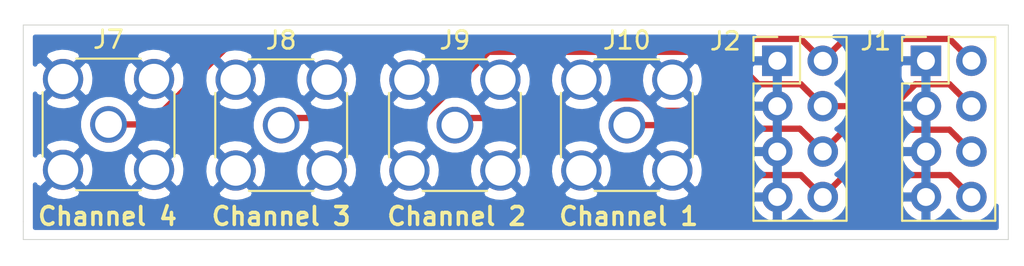
<source format=kicad_pcb>
(kicad_pcb (version 20171130) (host pcbnew "(5.1.5)-2")

  (general
    (thickness 1.6)
    (drawings 9)
    (tracks 45)
    (zones 0)
    (modules 6)
    (nets 6)
  )

  (page A4)
  (layers
    (0 F.Cu signal)
    (31 B.Cu signal)
    (32 B.Adhes user)
    (33 F.Adhes user)
    (34 B.Paste user)
    (35 F.Paste user)
    (36 B.SilkS user)
    (37 F.SilkS user)
    (38 B.Mask user)
    (39 F.Mask user)
    (40 Dwgs.User user)
    (41 Cmts.User user)
    (42 Eco1.User user)
    (43 Eco2.User user)
    (44 Edge.Cuts user)
    (45 Margin user)
    (46 B.CrtYd user)
    (47 F.CrtYd user)
    (48 B.Fab user)
    (49 F.Fab user hide)
  )

  (setup
    (last_trace_width 0.35)
    (trace_clearance 0.2)
    (zone_clearance 0.508)
    (zone_45_only no)
    (trace_min 0.2)
    (via_size 0.8)
    (via_drill 0.4)
    (via_min_size 0.4)
    (via_min_drill 0.3)
    (uvia_size 0.3)
    (uvia_drill 0.1)
    (uvias_allowed no)
    (uvia_min_size 0.2)
    (uvia_min_drill 0.1)
    (edge_width 0.05)
    (segment_width 0.2)
    (pcb_text_width 0.3)
    (pcb_text_size 1.5 1.5)
    (mod_edge_width 0.12)
    (mod_text_size 1 1)
    (mod_text_width 0.15)
    (pad_size 1.524 1.524)
    (pad_drill 0.762)
    (pad_to_mask_clearance 0.051)
    (solder_mask_min_width 0.25)
    (aux_axis_origin 0 0)
    (visible_elements FFFFFF7F)
    (pcbplotparams
      (layerselection 0x010fc_ffffffff)
      (usegerberextensions false)
      (usegerberattributes false)
      (usegerberadvancedattributes false)
      (creategerberjobfile false)
      (excludeedgelayer true)
      (linewidth 0.100000)
      (plotframeref false)
      (viasonmask false)
      (mode 1)
      (useauxorigin false)
      (hpglpennumber 1)
      (hpglpenspeed 20)
      (hpglpendiameter 15.000000)
      (psnegative false)
      (psa4output false)
      (plotreference true)
      (plotvalue true)
      (plotinvisibletext false)
      (padsonsilk false)
      (subtractmaskfromsilk false)
      (outputformat 1)
      (mirror false)
      (drillshape 1)
      (scaleselection 1)
      (outputdirectory ""))
  )

  (net 0 "")
  (net 1 GND)
  (net 2 /DAC_OUT_0)
  (net 3 /DAC_OUT_1)
  (net 4 /DAC_OUT_2)
  (net 5 /DAC_OUT_3)

  (net_class Default "This is the default net class."
    (clearance 0.2)
    (trace_width 0.35)
    (via_dia 0.8)
    (via_drill 0.4)
    (uvia_dia 0.3)
    (uvia_drill 0.1)
    (add_net /DAC_OUT_0)
    (add_net /DAC_OUT_1)
    (add_net /DAC_OUT_2)
    (add_net /DAC_OUT_3)
    (add_net GND)
  )

  (module Connector_PinHeader_2.54mm:PinHeader_2x04_P2.54mm_Vertical (layer F.Cu) (tedit 59FED5CC) (tstamp 5F9309C6)
    (at 105.5 86.3)
    (descr "Through hole straight pin header, 2x04, 2.54mm pitch, double rows")
    (tags "Through hole pin header THT 2x04 2.54mm double row")
    (path /5F93ADF3)
    (fp_text reference J1 (at -2.8 -1.1) (layer F.SilkS)
      (effects (font (size 1 1) (thickness 0.15)))
    )
    (fp_text value Conn_02x04_Odd_Even (at 1.27 9.95) (layer F.Fab)
      (effects (font (size 1 1) (thickness 0.15)))
    )
    (fp_text user %R (at 1.27 3.81 90) (layer F.Fab)
      (effects (font (size 1 1) (thickness 0.15)))
    )
    (fp_line (start 4.35 -1.8) (end -1.8 -1.8) (layer F.CrtYd) (width 0.05))
    (fp_line (start 4.35 9.4) (end 4.35 -1.8) (layer F.CrtYd) (width 0.05))
    (fp_line (start -1.8 9.4) (end 4.35 9.4) (layer F.CrtYd) (width 0.05))
    (fp_line (start -1.8 -1.8) (end -1.8 9.4) (layer F.CrtYd) (width 0.05))
    (fp_line (start -1.33 -1.33) (end 0 -1.33) (layer F.SilkS) (width 0.12))
    (fp_line (start -1.33 0) (end -1.33 -1.33) (layer F.SilkS) (width 0.12))
    (fp_line (start 1.27 -1.33) (end 3.87 -1.33) (layer F.SilkS) (width 0.12))
    (fp_line (start 1.27 1.27) (end 1.27 -1.33) (layer F.SilkS) (width 0.12))
    (fp_line (start -1.33 1.27) (end 1.27 1.27) (layer F.SilkS) (width 0.12))
    (fp_line (start 3.87 -1.33) (end 3.87 8.95) (layer F.SilkS) (width 0.12))
    (fp_line (start -1.33 1.27) (end -1.33 8.95) (layer F.SilkS) (width 0.12))
    (fp_line (start -1.33 8.95) (end 3.87 8.95) (layer F.SilkS) (width 0.12))
    (fp_line (start -1.27 0) (end 0 -1.27) (layer F.Fab) (width 0.1))
    (fp_line (start -1.27 8.89) (end -1.27 0) (layer F.Fab) (width 0.1))
    (fp_line (start 3.81 8.89) (end -1.27 8.89) (layer F.Fab) (width 0.1))
    (fp_line (start 3.81 -1.27) (end 3.81 8.89) (layer F.Fab) (width 0.1))
    (fp_line (start 0 -1.27) (end 3.81 -1.27) (layer F.Fab) (width 0.1))
    (pad 8 thru_hole oval (at 2.54 7.62) (size 1.7 1.7) (drill 1) (layers *.Cu *.Mask)
      (net 2 /DAC_OUT_0))
    (pad 7 thru_hole oval (at 0 7.62) (size 1.7 1.7) (drill 1) (layers *.Cu *.Mask)
      (net 1 GND))
    (pad 6 thru_hole oval (at 2.54 5.08) (size 1.7 1.7) (drill 1) (layers *.Cu *.Mask)
      (net 3 /DAC_OUT_1))
    (pad 5 thru_hole oval (at 0 5.08) (size 1.7 1.7) (drill 1) (layers *.Cu *.Mask)
      (net 1 GND))
    (pad 4 thru_hole oval (at 2.54 2.54) (size 1.7 1.7) (drill 1) (layers *.Cu *.Mask)
      (net 4 /DAC_OUT_2))
    (pad 3 thru_hole oval (at 0 2.54) (size 1.7 1.7) (drill 1) (layers *.Cu *.Mask)
      (net 1 GND))
    (pad 2 thru_hole oval (at 2.54 0) (size 1.7 1.7) (drill 1) (layers *.Cu *.Mask)
      (net 5 /DAC_OUT_3))
    (pad 1 thru_hole rect (at 0 0) (size 1.7 1.7) (drill 1) (layers *.Cu *.Mask)
      (net 1 GND))
    (model ${KISYS3DMOD}/Connector_PinHeader_2.54mm.3dshapes/PinHeader_2x04_P2.54mm_Vertical.wrl
      (at (xyz 0 0 0))
      (scale (xyz 1 1 1))
      (rotate (xyz 0 0 0))
    )
  )

  (module Connector_Coaxial:SMA_Amphenol_132134_Vertical (layer F.Cu) (tedit 5B2F4DB6) (tstamp 5F930427)
    (at 88.8 89.9)
    (descr https://www.amphenolrf.com/downloads/dl/file/id/2187/product/2843/132134_customer_drawing.pdf)
    (tags "SMA THT Female Jack Vertical ExtendedLegs")
    (path /5F8DE03F)
    (fp_text reference J10 (at 0 -4.75) (layer F.SilkS)
      (effects (font (size 1 1) (thickness 0.15)))
    )
    (fp_text value Conn_Coaxial_SMA (at 0 5) (layer F.Fab)
      (effects (font (size 1 1) (thickness 0.15)))
    )
    (fp_text user %R (at 0 0) (layer F.Fab)
      (effects (font (size 1 1) (thickness 0.15)))
    )
    (fp_line (start -1.8 -3.68) (end 1.8 -3.68) (layer F.SilkS) (width 0.12))
    (fp_line (start -1.8 3.68) (end 1.8 3.68) (layer F.SilkS) (width 0.12))
    (fp_line (start 3.68 -1.8) (end 3.68 1.8) (layer F.SilkS) (width 0.12))
    (fp_line (start -3.68 -1.8) (end -3.68 1.8) (layer F.SilkS) (width 0.12))
    (fp_line (start 3.5 -3.5) (end 3.5 3.5) (layer F.Fab) (width 0.1))
    (fp_line (start -3.5 3.5) (end 3.5 3.5) (layer F.Fab) (width 0.1))
    (fp_line (start -3.5 -3.5) (end -3.5 3.5) (layer F.Fab) (width 0.1))
    (fp_line (start -3.5 -3.5) (end 3.5 -3.5) (layer F.Fab) (width 0.1))
    (fp_line (start -4.17 -4.17) (end 4.17 -4.17) (layer F.CrtYd) (width 0.05))
    (fp_line (start -4.17 -4.17) (end -4.17 4.17) (layer F.CrtYd) (width 0.05))
    (fp_line (start 4.17 4.17) (end 4.17 -4.17) (layer F.CrtYd) (width 0.05))
    (fp_line (start 4.17 4.17) (end -4.17 4.17) (layer F.CrtYd) (width 0.05))
    (fp_circle (center 0 0) (end 3.175 0) (layer F.Fab) (width 0.1))
    (pad 2 thru_hole circle (at -2.54 2.54) (size 2.25 2.25) (drill 1.7) (layers *.Cu *.Mask)
      (net 1 GND))
    (pad 2 thru_hole circle (at -2.54 -2.54) (size 2.25 2.25) (drill 1.7) (layers *.Cu *.Mask)
      (net 1 GND))
    (pad 2 thru_hole circle (at 2.54 -2.54) (size 2.25 2.25) (drill 1.7) (layers *.Cu *.Mask)
      (net 1 GND))
    (pad 2 thru_hole circle (at 2.54 2.54) (size 2.25 2.25) (drill 1.7) (layers *.Cu *.Mask)
      (net 1 GND))
    (pad 1 thru_hole circle (at 0 0) (size 2.05 2.05) (drill 1.5) (layers *.Cu *.Mask)
      (net 2 /DAC_OUT_0))
    (model ${KISYS3DMOD}/Connector_Coaxial.3dshapes/SMA_Amphenol_132134_Vertical.wrl
      (at (xyz 0 0 0))
      (scale (xyz 1 1 1))
      (rotate (xyz 0 0 0))
    )
  )

  (module Connector_Coaxial:SMA_Amphenol_132134_Vertical (layer F.Cu) (tedit 5B2F4DB6) (tstamp 5F93007A)
    (at 79.2 89.9)
    (descr https://www.amphenolrf.com/downloads/dl/file/id/2187/product/2843/132134_customer_drawing.pdf)
    (tags "SMA THT Female Jack Vertical ExtendedLegs")
    (path /5F8DE039)
    (fp_text reference J9 (at 0 -4.75) (layer F.SilkS)
      (effects (font (size 1 1) (thickness 0.15)))
    )
    (fp_text value Conn_Coaxial_SMA (at 0 5) (layer F.Fab)
      (effects (font (size 1 1) (thickness 0.15)))
    )
    (fp_text user %R (at 0 0) (layer F.Fab)
      (effects (font (size 1 1) (thickness 0.15)))
    )
    (fp_line (start -1.8 -3.68) (end 1.8 -3.68) (layer F.SilkS) (width 0.12))
    (fp_line (start -1.8 3.68) (end 1.8 3.68) (layer F.SilkS) (width 0.12))
    (fp_line (start 3.68 -1.8) (end 3.68 1.8) (layer F.SilkS) (width 0.12))
    (fp_line (start -3.68 -1.8) (end -3.68 1.8) (layer F.SilkS) (width 0.12))
    (fp_line (start 3.5 -3.5) (end 3.5 3.5) (layer F.Fab) (width 0.1))
    (fp_line (start -3.5 3.5) (end 3.5 3.5) (layer F.Fab) (width 0.1))
    (fp_line (start -3.5 -3.5) (end -3.5 3.5) (layer F.Fab) (width 0.1))
    (fp_line (start -3.5 -3.5) (end 3.5 -3.5) (layer F.Fab) (width 0.1))
    (fp_line (start -4.17 -4.17) (end 4.17 -4.17) (layer F.CrtYd) (width 0.05))
    (fp_line (start -4.17 -4.17) (end -4.17 4.17) (layer F.CrtYd) (width 0.05))
    (fp_line (start 4.17 4.17) (end 4.17 -4.17) (layer F.CrtYd) (width 0.05))
    (fp_line (start 4.17 4.17) (end -4.17 4.17) (layer F.CrtYd) (width 0.05))
    (fp_circle (center 0 0) (end 3.175 0) (layer F.Fab) (width 0.1))
    (pad 2 thru_hole circle (at -2.54 2.54) (size 2.25 2.25) (drill 1.7) (layers *.Cu *.Mask)
      (net 1 GND))
    (pad 2 thru_hole circle (at -2.54 -2.54) (size 2.25 2.25) (drill 1.7) (layers *.Cu *.Mask)
      (net 1 GND))
    (pad 2 thru_hole circle (at 2.54 -2.54) (size 2.25 2.25) (drill 1.7) (layers *.Cu *.Mask)
      (net 1 GND))
    (pad 2 thru_hole circle (at 2.54 2.54) (size 2.25 2.25) (drill 1.7) (layers *.Cu *.Mask)
      (net 1 GND))
    (pad 1 thru_hole circle (at 0 0) (size 2.05 2.05) (drill 1.5) (layers *.Cu *.Mask)
      (net 3 /DAC_OUT_1))
    (model ${KISYS3DMOD}/Connector_Coaxial.3dshapes/SMA_Amphenol_132134_Vertical.wrl
      (at (xyz 0 0 0))
      (scale (xyz 1 1 1))
      (rotate (xyz 0 0 0))
    )
  )

  (module Connector_Coaxial:SMA_Amphenol_132134_Vertical (layer F.Cu) (tedit 5B2F4DB6) (tstamp 5F930063)
    (at 69.5 89.9)
    (descr https://www.amphenolrf.com/downloads/dl/file/id/2187/product/2843/132134_customer_drawing.pdf)
    (tags "SMA THT Female Jack Vertical ExtendedLegs")
    (path /5F8DE033)
    (fp_text reference J8 (at 0 -4.75) (layer F.SilkS)
      (effects (font (size 1 1) (thickness 0.15)))
    )
    (fp_text value Conn_Coaxial_SMA (at 0 5) (layer F.Fab)
      (effects (font (size 1 1) (thickness 0.15)))
    )
    (fp_text user %R (at 0 0) (layer F.Fab)
      (effects (font (size 1 1) (thickness 0.15)))
    )
    (fp_line (start -1.8 -3.68) (end 1.8 -3.68) (layer F.SilkS) (width 0.12))
    (fp_line (start -1.8 3.68) (end 1.8 3.68) (layer F.SilkS) (width 0.12))
    (fp_line (start 3.68 -1.8) (end 3.68 1.8) (layer F.SilkS) (width 0.12))
    (fp_line (start -3.68 -1.8) (end -3.68 1.8) (layer F.SilkS) (width 0.12))
    (fp_line (start 3.5 -3.5) (end 3.5 3.5) (layer F.Fab) (width 0.1))
    (fp_line (start -3.5 3.5) (end 3.5 3.5) (layer F.Fab) (width 0.1))
    (fp_line (start -3.5 -3.5) (end -3.5 3.5) (layer F.Fab) (width 0.1))
    (fp_line (start -3.5 -3.5) (end 3.5 -3.5) (layer F.Fab) (width 0.1))
    (fp_line (start -4.17 -4.17) (end 4.17 -4.17) (layer F.CrtYd) (width 0.05))
    (fp_line (start -4.17 -4.17) (end -4.17 4.17) (layer F.CrtYd) (width 0.05))
    (fp_line (start 4.17 4.17) (end 4.17 -4.17) (layer F.CrtYd) (width 0.05))
    (fp_line (start 4.17 4.17) (end -4.17 4.17) (layer F.CrtYd) (width 0.05))
    (fp_circle (center 0 0) (end 3.175 0) (layer F.Fab) (width 0.1))
    (pad 2 thru_hole circle (at -2.54 2.54) (size 2.25 2.25) (drill 1.7) (layers *.Cu *.Mask)
      (net 1 GND))
    (pad 2 thru_hole circle (at -2.54 -2.54) (size 2.25 2.25) (drill 1.7) (layers *.Cu *.Mask)
      (net 1 GND))
    (pad 2 thru_hole circle (at 2.54 -2.54) (size 2.25 2.25) (drill 1.7) (layers *.Cu *.Mask)
      (net 1 GND))
    (pad 2 thru_hole circle (at 2.54 2.54) (size 2.25 2.25) (drill 1.7) (layers *.Cu *.Mask)
      (net 1 GND))
    (pad 1 thru_hole circle (at 0 0) (size 2.05 2.05) (drill 1.5) (layers *.Cu *.Mask)
      (net 4 /DAC_OUT_2))
    (model ${KISYS3DMOD}/Connector_Coaxial.3dshapes/SMA_Amphenol_132134_Vertical.wrl
      (at (xyz 0 0 0))
      (scale (xyz 1 1 1))
      (rotate (xyz 0 0 0))
    )
  )

  (module Connector_Coaxial:SMA_Amphenol_132134_Vertical (layer F.Cu) (tedit 5B2F4DB6) (tstamp 5F93004C)
    (at 59.86 89.86)
    (descr https://www.amphenolrf.com/downloads/dl/file/id/2187/product/2843/132134_customer_drawing.pdf)
    (tags "SMA THT Female Jack Vertical ExtendedLegs")
    (path /5F8DE02D)
    (fp_text reference J7 (at 0 -4.75) (layer F.SilkS)
      (effects (font (size 1 1) (thickness 0.15)))
    )
    (fp_text value Conn_Coaxial_SMA (at 0 5) (layer F.Fab)
      (effects (font (size 1 1) (thickness 0.15)))
    )
    (fp_text user %R (at 0 0) (layer F.Fab)
      (effects (font (size 1 1) (thickness 0.15)))
    )
    (fp_line (start -1.8 -3.68) (end 1.8 -3.68) (layer F.SilkS) (width 0.12))
    (fp_line (start -1.8 3.68) (end 1.8 3.68) (layer F.SilkS) (width 0.12))
    (fp_line (start 3.68 -1.8) (end 3.68 1.8) (layer F.SilkS) (width 0.12))
    (fp_line (start -3.68 -1.8) (end -3.68 1.8) (layer F.SilkS) (width 0.12))
    (fp_line (start 3.5 -3.5) (end 3.5 3.5) (layer F.Fab) (width 0.1))
    (fp_line (start -3.5 3.5) (end 3.5 3.5) (layer F.Fab) (width 0.1))
    (fp_line (start -3.5 -3.5) (end -3.5 3.5) (layer F.Fab) (width 0.1))
    (fp_line (start -3.5 -3.5) (end 3.5 -3.5) (layer F.Fab) (width 0.1))
    (fp_line (start -4.17 -4.17) (end 4.17 -4.17) (layer F.CrtYd) (width 0.05))
    (fp_line (start -4.17 -4.17) (end -4.17 4.17) (layer F.CrtYd) (width 0.05))
    (fp_line (start 4.17 4.17) (end 4.17 -4.17) (layer F.CrtYd) (width 0.05))
    (fp_line (start 4.17 4.17) (end -4.17 4.17) (layer F.CrtYd) (width 0.05))
    (fp_circle (center 0 0) (end 3.175 0) (layer F.Fab) (width 0.1))
    (pad 2 thru_hole circle (at -2.54 2.54) (size 2.25 2.25) (drill 1.7) (layers *.Cu *.Mask)
      (net 1 GND))
    (pad 2 thru_hole circle (at -2.54 -2.54) (size 2.25 2.25) (drill 1.7) (layers *.Cu *.Mask)
      (net 1 GND))
    (pad 2 thru_hole circle (at 2.54 -2.54) (size 2.25 2.25) (drill 1.7) (layers *.Cu *.Mask)
      (net 1 GND))
    (pad 2 thru_hole circle (at 2.54 2.54) (size 2.25 2.25) (drill 1.7) (layers *.Cu *.Mask)
      (net 1 GND))
    (pad 1 thru_hole circle (at 0 0) (size 2.05 2.05) (drill 1.5) (layers *.Cu *.Mask)
      (net 5 /DAC_OUT_3))
    (model ${KISYS3DMOD}/Connector_Coaxial.3dshapes/SMA_Amphenol_132134_Vertical.wrl
      (at (xyz 0 0 0))
      (scale (xyz 1 1 1))
      (rotate (xyz 0 0 0))
    )
  )

  (module Connector_PinHeader_2.54mm:PinHeader_2x04_P2.54mm_Vertical (layer F.Cu) (tedit 59FED5CC) (tstamp 5F92FFE9)
    (at 97.2 86.3)
    (descr "Through hole straight pin header, 2x04, 2.54mm pitch, double rows")
    (tags "Through hole pin header THT 2x04 2.54mm double row")
    (path /5F8CDFE8)
    (fp_text reference J2 (at -2.9 -1.1) (layer F.SilkS)
      (effects (font (size 1 1) (thickness 0.15)))
    )
    (fp_text value Conn_02x04_Odd_Even (at 1.27 9.95) (layer F.Fab)
      (effects (font (size 1 1) (thickness 0.15)))
    )
    (fp_text user %R (at 1.27 3.81 90) (layer F.Fab)
      (effects (font (size 1 1) (thickness 0.15)))
    )
    (fp_line (start 4.35 -1.8) (end -1.8 -1.8) (layer F.CrtYd) (width 0.05))
    (fp_line (start 4.35 9.4) (end 4.35 -1.8) (layer F.CrtYd) (width 0.05))
    (fp_line (start -1.8 9.4) (end 4.35 9.4) (layer F.CrtYd) (width 0.05))
    (fp_line (start -1.8 -1.8) (end -1.8 9.4) (layer F.CrtYd) (width 0.05))
    (fp_line (start -1.33 -1.33) (end 0 -1.33) (layer F.SilkS) (width 0.12))
    (fp_line (start -1.33 0) (end -1.33 -1.33) (layer F.SilkS) (width 0.12))
    (fp_line (start 1.27 -1.33) (end 3.87 -1.33) (layer F.SilkS) (width 0.12))
    (fp_line (start 1.27 1.27) (end 1.27 -1.33) (layer F.SilkS) (width 0.12))
    (fp_line (start -1.33 1.27) (end 1.27 1.27) (layer F.SilkS) (width 0.12))
    (fp_line (start 3.87 -1.33) (end 3.87 8.95) (layer F.SilkS) (width 0.12))
    (fp_line (start -1.33 1.27) (end -1.33 8.95) (layer F.SilkS) (width 0.12))
    (fp_line (start -1.33 8.95) (end 3.87 8.95) (layer F.SilkS) (width 0.12))
    (fp_line (start -1.27 0) (end 0 -1.27) (layer F.Fab) (width 0.1))
    (fp_line (start -1.27 8.89) (end -1.27 0) (layer F.Fab) (width 0.1))
    (fp_line (start 3.81 8.89) (end -1.27 8.89) (layer F.Fab) (width 0.1))
    (fp_line (start 3.81 -1.27) (end 3.81 8.89) (layer F.Fab) (width 0.1))
    (fp_line (start 0 -1.27) (end 3.81 -1.27) (layer F.Fab) (width 0.1))
    (pad 8 thru_hole oval (at 2.54 7.62) (size 1.7 1.7) (drill 1) (layers *.Cu *.Mask)
      (net 2 /DAC_OUT_0))
    (pad 7 thru_hole oval (at 0 7.62) (size 1.7 1.7) (drill 1) (layers *.Cu *.Mask)
      (net 1 GND))
    (pad 6 thru_hole oval (at 2.54 5.08) (size 1.7 1.7) (drill 1) (layers *.Cu *.Mask)
      (net 3 /DAC_OUT_1))
    (pad 5 thru_hole oval (at 0 5.08) (size 1.7 1.7) (drill 1) (layers *.Cu *.Mask)
      (net 1 GND))
    (pad 4 thru_hole oval (at 2.54 2.54) (size 1.7 1.7) (drill 1) (layers *.Cu *.Mask)
      (net 4 /DAC_OUT_2))
    (pad 3 thru_hole oval (at 0 2.54) (size 1.7 1.7) (drill 1) (layers *.Cu *.Mask)
      (net 1 GND))
    (pad 2 thru_hole oval (at 2.54 0) (size 1.7 1.7) (drill 1) (layers *.Cu *.Mask)
      (net 5 /DAC_OUT_3))
    (pad 1 thru_hole rect (at 0 0) (size 1.7 1.7) (drill 1) (layers *.Cu *.Mask)
      (net 1 GND))
    (model ${KISYS3DMOD}/Connector_PinHeader_2.54mm.3dshapes/PinHeader_2x04_P2.54mm_Vertical.wrl
      (at (xyz 0 0 0))
      (scale (xyz 1 1 1))
      (rotate (xyz 0 0 0))
    )
  )

  (gr_text "Channel 1" (at 88.9 95) (layer F.SilkS) (tstamp 5F930BC0)
    (effects (font (size 1 1) (thickness 0.2)))
  )
  (gr_text "Channel 2" (at 79.3 95) (layer F.SilkS) (tstamp 5F930BC0)
    (effects (font (size 1 1) (thickness 0.2)))
  )
  (gr_text "Channel 3" (at 69.5 95) (layer F.SilkS) (tstamp 5F930BC0)
    (effects (font (size 1 1) (thickness 0.2)))
  )
  (gr_text "Channel 4" (at 59.8 95) (layer F.SilkS)
    (effects (font (size 1 1) (thickness 0.2)))
  )
  (gr_line (start 55.1 96.3) (end 55.1 95.3) (layer Edge.Cuts) (width 0.05) (tstamp 5F930AD9))
  (gr_line (start 110.1 96.3) (end 55.1 96.3) (layer Edge.Cuts) (width 0.05))
  (gr_line (start 110.1 96.3) (end 110.1 84.3) (layer Edge.Cuts) (width 0.05) (tstamp 5F930ACE))
  (gr_line (start 55.1 84.3) (end 55.1 95.3) (layer Edge.Cuts) (width 0.05))
  (gr_line (start 110.1 84.3) (end 55.1 84.3) (layer Edge.Cuts) (width 0.05))

  (segment (start 106.814999 92.694999) (end 107.190001 93.070001) (width 0.35) (layer F.Cu) (net 2))
  (segment (start 100.965001 92.694999) (end 106.814999 92.694999) (width 0.35) (layer F.Cu) (net 2))
  (segment (start 107.190001 93.070001) (end 108.04 93.92) (width 0.35) (layer F.Cu) (net 2))
  (segment (start 99.74 93.92) (end 100.965001 92.694999) (width 0.35) (layer F.Cu) (net 2))
  (segment (start 95.294999 92.694999) (end 98.514999 92.694999) (width 0.35) (layer F.Cu) (net 2))
  (segment (start 98.890001 93.070001) (end 99.74 93.92) (width 0.35) (layer F.Cu) (net 2))
  (segment (start 88.8 89.9) (end 92.5 89.9) (width 0.35) (layer F.Cu) (net 2))
  (segment (start 98.514999 92.694999) (end 98.890001 93.070001) (width 0.35) (layer F.Cu) (net 2))
  (segment (start 92.5 89.9) (end 95.294999 92.694999) (width 0.35) (layer F.Cu) (net 2))
  (segment (start 107.190001 90.530001) (end 108.04 91.38) (width 0.35) (layer F.Cu) (net 3))
  (segment (start 106.814999 90.154999) (end 107.190001 90.530001) (width 0.35) (layer F.Cu) (net 3))
  (segment (start 100.965001 90.154999) (end 106.814999 90.154999) (width 0.35) (layer F.Cu) (net 3))
  (segment (start 99.74 91.38) (end 100.965001 90.154999) (width 0.35) (layer F.Cu) (net 3))
  (segment (start 98.890001 90.530001) (end 99.74 91.38) (width 0.35) (layer F.Cu) (net 3))
  (segment (start 98.46 90.1) (end 98.890001 90.530001) (width 0.35) (layer F.Cu) (net 3))
  (segment (start 93.9 89.1) (end 94.9 90.1) (width 0.35) (layer F.Cu) (net 3))
  (segment (start 94.9 90.1) (end 98.46 90.1) (width 0.35) (layer F.Cu) (net 3))
  (segment (start 90.4 89.1) (end 93.9 89.1) (width 0.35) (layer F.Cu) (net 3))
  (segment (start 79.6 89.5) (end 86.713999 89.5) (width 0.35) (layer F.Cu) (net 3))
  (segment (start 87.813999 88.4) (end 89.7 88.4) (width 0.35) (layer F.Cu) (net 3))
  (segment (start 79.2 89.9) (end 79.6 89.5) (width 0.35) (layer F.Cu) (net 3))
  (segment (start 86.713999 89.5) (end 87.813999 88.4) (width 0.35) (layer F.Cu) (net 3))
  (segment (start 89.7 88.4) (end 90.4 89.1) (width 0.35) (layer F.Cu) (net 3))
  (segment (start 106.814999 87.614999) (end 107.190001 87.990001) (width 0.35) (layer F.Cu) (net 4))
  (segment (start 107.190001 87.990001) (end 108.04 88.84) (width 0.35) (layer F.Cu) (net 4))
  (segment (start 103.686998 88.84) (end 104.911999 87.614999) (width 0.35) (layer F.Cu) (net 4))
  (segment (start 104.911999 87.614999) (end 106.814999 87.614999) (width 0.35) (layer F.Cu) (net 4))
  (segment (start 99.74 88.84) (end 103.686998 88.84) (width 0.35) (layer F.Cu) (net 4))
  (segment (start 98.514999 87.614999) (end 98.890001 87.990001) (width 0.35) (layer F.Cu) (net 4))
  (segment (start 96.139997 87.614999) (end 98.514999 87.614999) (width 0.35) (layer F.Cu) (net 4))
  (segment (start 69.5 89.9) (end 69.9 89.5) (width 0.35) (layer F.Cu) (net 4))
  (segment (start 81.079998 85.8) (end 94.324998 85.8) (width 0.35) (layer F.Cu) (net 4))
  (segment (start 69.9 89.5) (end 77.379998 89.5) (width 0.35) (layer F.Cu) (net 4))
  (segment (start 94.324998 85.8) (end 96.139997 87.614999) (width 0.35) (layer F.Cu) (net 4))
  (segment (start 98.890001 87.990001) (end 99.74 88.84) (width 0.35) (layer F.Cu) (net 4))
  (segment (start 77.379998 89.5) (end 81.079998 85.8) (width 0.35) (layer F.Cu) (net 4))
  (segment (start 106.814999 85.074999) (end 107.190001 85.450001) (width 0.35) (layer F.Cu) (net 5))
  (segment (start 107.190001 85.450001) (end 108.04 86.3) (width 0.35) (layer F.Cu) (net 5))
  (segment (start 100.965001 85.074999) (end 106.814999 85.074999) (width 0.35) (layer F.Cu) (net 5))
  (segment (start 99.74 86.3) (end 100.965001 85.074999) (width 0.35) (layer F.Cu) (net 5))
  (segment (start 98.890001 85.450001) (end 99.74 86.3) (width 0.35) (layer F.Cu) (net 5))
  (segment (start 66.925001 85.074999) (end 98.514999 85.074999) (width 0.35) (layer F.Cu) (net 5))
  (segment (start 98.514999 85.074999) (end 98.890001 85.450001) (width 0.35) (layer F.Cu) (net 5))
  (segment (start 59.86 89.86) (end 62.14 89.86) (width 0.35) (layer F.Cu) (net 5))
  (segment (start 62.14 89.86) (end 66.925001 85.074999) (width 0.35) (layer F.Cu) (net 5))

  (zone (net 1) (net_name GND) (layer B.Cu) (tstamp 0) (hatch edge 0.508)
    (connect_pads (clearance 0.508))
    (min_thickness 0.254)
    (fill yes (arc_segments 32) (thermal_gap 0.508) (thermal_bridge_width 0.508))
    (polygon
      (pts
        (xy 111 97.8) (xy 53.8 97.8) (xy 53.8 84.8) (xy 54 83) (xy 110.9 82.9)
      )
    )
    (filled_polygon
      (pts
        (xy 95.898815 84.998815) (xy 95.819463 85.095506) (xy 95.760498 85.20582) (xy 95.724188 85.325518) (xy 95.711928 85.45)
        (xy 95.715 86.01425) (xy 95.87375 86.173) (xy 97.073 86.173) (xy 97.073 86.153) (xy 97.327 86.153)
        (xy 97.327 86.173) (xy 97.347 86.173) (xy 97.347 86.427) (xy 97.327 86.427) (xy 97.327 88.713)
        (xy 97.347 88.713) (xy 97.347 88.967) (xy 97.327 88.967) (xy 97.327 91.253) (xy 97.347 91.253)
        (xy 97.347 91.507) (xy 97.327 91.507) (xy 97.327 93.793) (xy 97.347 93.793) (xy 97.347 94.047)
        (xy 97.327 94.047) (xy 97.327 95.240814) (xy 97.556891 95.361481) (xy 97.831252 95.264157) (xy 98.081355 95.115178)
        (xy 98.297588 94.920269) (xy 98.4689 94.690594) (xy 98.586525 94.866632) (xy 98.793368 95.073475) (xy 99.036589 95.23599)
        (xy 99.306842 95.347932) (xy 99.59374 95.405) (xy 99.88626 95.405) (xy 100.173158 95.347932) (xy 100.443411 95.23599)
        (xy 100.686632 95.073475) (xy 100.893475 94.866632) (xy 101.05599 94.623411) (xy 101.167932 94.353158) (xy 101.183102 94.27689)
        (xy 104.058524 94.27689) (xy 104.103175 94.424099) (xy 104.228359 94.68692) (xy 104.402412 94.920269) (xy 104.618645 95.115178)
        (xy 104.868748 95.264157) (xy 105.143109 95.361481) (xy 105.373 95.240814) (xy 105.373 94.047) (xy 104.179845 94.047)
        (xy 104.058524 94.27689) (xy 101.183102 94.27689) (xy 101.225 94.06626) (xy 101.225 93.77374) (xy 101.167932 93.486842)
        (xy 101.05599 93.216589) (xy 100.893475 92.973368) (xy 100.686632 92.766525) (xy 100.51224 92.65) (xy 100.686632 92.533475)
        (xy 100.893475 92.326632) (xy 101.05599 92.083411) (xy 101.167932 91.813158) (xy 101.183102 91.73689) (xy 104.058524 91.73689)
        (xy 104.103175 91.884099) (xy 104.228359 92.14692) (xy 104.402412 92.380269) (xy 104.618645 92.575178) (xy 104.744255 92.65)
        (xy 104.618645 92.724822) (xy 104.402412 92.919731) (xy 104.228359 93.15308) (xy 104.103175 93.415901) (xy 104.058524 93.56311)
        (xy 104.179845 93.793) (xy 105.373 93.793) (xy 105.373 91.507) (xy 104.179845 91.507) (xy 104.058524 91.73689)
        (xy 101.183102 91.73689) (xy 101.225 91.52626) (xy 101.225 91.23374) (xy 101.167932 90.946842) (xy 101.05599 90.676589)
        (xy 100.893475 90.433368) (xy 100.686632 90.226525) (xy 100.51224 90.11) (xy 100.686632 89.993475) (xy 100.893475 89.786632)
        (xy 101.05599 89.543411) (xy 101.167932 89.273158) (xy 101.183102 89.19689) (xy 104.058524 89.19689) (xy 104.103175 89.344099)
        (xy 104.228359 89.60692) (xy 104.402412 89.840269) (xy 104.618645 90.035178) (xy 104.744255 90.11) (xy 104.618645 90.184822)
        (xy 104.402412 90.379731) (xy 104.228359 90.61308) (xy 104.103175 90.875901) (xy 104.058524 91.02311) (xy 104.179845 91.253)
        (xy 105.373 91.253) (xy 105.373 88.967) (xy 104.179845 88.967) (xy 104.058524 89.19689) (xy 101.183102 89.19689)
        (xy 101.225 88.98626) (xy 101.225 88.69374) (xy 101.167932 88.406842) (xy 101.05599 88.136589) (xy 100.893475 87.893368)
        (xy 100.686632 87.686525) (xy 100.51224 87.57) (xy 100.686632 87.453475) (xy 100.893475 87.246632) (xy 100.958042 87.15)
        (xy 104.011928 87.15) (xy 104.024188 87.274482) (xy 104.060498 87.39418) (xy 104.119463 87.504494) (xy 104.198815 87.601185)
        (xy 104.295506 87.680537) (xy 104.40582 87.739502) (xy 104.486466 87.763966) (xy 104.402412 87.839731) (xy 104.228359 88.07308)
        (xy 104.103175 88.335901) (xy 104.058524 88.48311) (xy 104.179845 88.713) (xy 105.373 88.713) (xy 105.373 86.427)
        (xy 104.17375 86.427) (xy 104.015 86.58575) (xy 104.011928 87.15) (xy 100.958042 87.15) (xy 101.05599 87.003411)
        (xy 101.167932 86.733158) (xy 101.225 86.44626) (xy 101.225 86.15374) (xy 101.167932 85.866842) (xy 101.05599 85.596589)
        (xy 100.893475 85.353368) (xy 100.686632 85.146525) (xy 100.443411 84.98401) (xy 100.385445 84.96) (xy 104.246111 84.96)
        (xy 104.198815 84.998815) (xy 104.119463 85.095506) (xy 104.060498 85.20582) (xy 104.024188 85.325518) (xy 104.011928 85.45)
        (xy 104.015 86.01425) (xy 104.17375 86.173) (xy 105.373 86.173) (xy 105.373 86.153) (xy 105.627 86.153)
        (xy 105.627 86.173) (xy 105.647 86.173) (xy 105.647 86.427) (xy 105.627 86.427) (xy 105.627 88.713)
        (xy 105.647 88.713) (xy 105.647 88.967) (xy 105.627 88.967) (xy 105.627 91.253) (xy 105.647 91.253)
        (xy 105.647 91.507) (xy 105.627 91.507) (xy 105.627 93.793) (xy 105.647 93.793) (xy 105.647 94.047)
        (xy 105.627 94.047) (xy 105.627 95.240814) (xy 105.856891 95.361481) (xy 106.131252 95.264157) (xy 106.381355 95.115178)
        (xy 106.597588 94.920269) (xy 106.7689 94.690594) (xy 106.886525 94.866632) (xy 107.093368 95.073475) (xy 107.336589 95.23599)
        (xy 107.606842 95.347932) (xy 107.89374 95.405) (xy 108.18626 95.405) (xy 108.473158 95.347932) (xy 108.743411 95.23599)
        (xy 108.986632 95.073475) (xy 109.193475 94.866632) (xy 109.35599 94.623411) (xy 109.44 94.420592) (xy 109.44 95.64)
        (xy 55.76 95.64) (xy 55.76 94.27689) (xy 95.758524 94.27689) (xy 95.803175 94.424099) (xy 95.928359 94.68692)
        (xy 96.102412 94.920269) (xy 96.318645 95.115178) (xy 96.568748 95.264157) (xy 96.843109 95.361481) (xy 97.073 95.240814)
        (xy 97.073 94.047) (xy 95.879845 94.047) (xy 95.758524 94.27689) (xy 55.76 94.27689) (xy 55.76 93.624531)
        (xy 56.275074 93.624531) (xy 56.385921 93.901714) (xy 56.69684 94.055089) (xy 57.031705 94.14486) (xy 57.37765 94.167576)
        (xy 57.72138 94.122366) (xy 58.049685 94.010966) (xy 58.254079 93.901714) (xy 58.364926 93.624531) (xy 61.355074 93.624531)
        (xy 61.465921 93.901714) (xy 61.77684 94.055089) (xy 62.111705 94.14486) (xy 62.45765 94.167576) (xy 62.80138 94.122366)
        (xy 63.129685 94.010966) (xy 63.334079 93.901714) (xy 63.428929 93.664531) (xy 65.915074 93.664531) (xy 66.025921 93.941714)
        (xy 66.33684 94.095089) (xy 66.671705 94.18486) (xy 67.01765 94.207576) (xy 67.36138 94.162366) (xy 67.689685 94.050966)
        (xy 67.894079 93.941714) (xy 68.004926 93.664531) (xy 70.995074 93.664531) (xy 71.105921 93.941714) (xy 71.41684 94.095089)
        (xy 71.751705 94.18486) (xy 72.09765 94.207576) (xy 72.44138 94.162366) (xy 72.769685 94.050966) (xy 72.974079 93.941714)
        (xy 73.084926 93.664531) (xy 75.615074 93.664531) (xy 75.725921 93.941714) (xy 76.03684 94.095089) (xy 76.371705 94.18486)
        (xy 76.71765 94.207576) (xy 77.06138 94.162366) (xy 77.389685 94.050966) (xy 77.594079 93.941714) (xy 77.704926 93.664531)
        (xy 80.695074 93.664531) (xy 80.805921 93.941714) (xy 81.11684 94.095089) (xy 81.451705 94.18486) (xy 81.79765 94.207576)
        (xy 82.14138 94.162366) (xy 82.469685 94.050966) (xy 82.674079 93.941714) (xy 82.784926 93.664531) (xy 85.215074 93.664531)
        (xy 85.325921 93.941714) (xy 85.63684 94.095089) (xy 85.971705 94.18486) (xy 86.31765 94.207576) (xy 86.66138 94.162366)
        (xy 86.989685 94.050966) (xy 87.194079 93.941714) (xy 87.304926 93.664531) (xy 90.295074 93.664531) (xy 90.405921 93.941714)
        (xy 90.71684 94.095089) (xy 91.051705 94.18486) (xy 91.39765 94.207576) (xy 91.74138 94.162366) (xy 92.069685 94.050966)
        (xy 92.274079 93.941714) (xy 92.384926 93.664531) (xy 91.34 92.619605) (xy 90.295074 93.664531) (xy 87.304926 93.664531)
        (xy 86.26 92.619605) (xy 85.215074 93.664531) (xy 82.784926 93.664531) (xy 81.74 92.619605) (xy 80.695074 93.664531)
        (xy 77.704926 93.664531) (xy 76.66 92.619605) (xy 75.615074 93.664531) (xy 73.084926 93.664531) (xy 72.04 92.619605)
        (xy 70.995074 93.664531) (xy 68.004926 93.664531) (xy 66.96 92.619605) (xy 65.915074 93.664531) (xy 63.428929 93.664531)
        (xy 63.444926 93.624531) (xy 62.4 92.579605) (xy 61.355074 93.624531) (xy 58.364926 93.624531) (xy 57.32 92.579605)
        (xy 56.275074 93.624531) (xy 55.76 93.624531) (xy 55.76 93.225035) (xy 55.818286 93.334079) (xy 56.095469 93.444926)
        (xy 57.140395 92.4) (xy 57.499605 92.4) (xy 58.544531 93.444926) (xy 58.821714 93.334079) (xy 58.975089 93.02316)
        (xy 59.06486 92.688295) (xy 59.080004 92.45765) (xy 60.632424 92.45765) (xy 60.677634 92.80138) (xy 60.789034 93.129685)
        (xy 60.898286 93.334079) (xy 61.175469 93.444926) (xy 62.220395 92.4) (xy 62.579605 92.4) (xy 63.624531 93.444926)
        (xy 63.901714 93.334079) (xy 64.055089 93.02316) (xy 64.14486 92.688295) (xy 64.157378 92.49765) (xy 65.192424 92.49765)
        (xy 65.237634 92.84138) (xy 65.349034 93.169685) (xy 65.458286 93.374079) (xy 65.735469 93.484926) (xy 66.780395 92.44)
        (xy 67.139605 92.44) (xy 68.184531 93.484926) (xy 68.461714 93.374079) (xy 68.615089 93.06316) (xy 68.70486 92.728295)
        (xy 68.720004 92.49765) (xy 70.272424 92.49765) (xy 70.317634 92.84138) (xy 70.429034 93.169685) (xy 70.538286 93.374079)
        (xy 70.815469 93.484926) (xy 71.860395 92.44) (xy 72.219605 92.44) (xy 73.264531 93.484926) (xy 73.541714 93.374079)
        (xy 73.695089 93.06316) (xy 73.78486 92.728295) (xy 73.800004 92.49765) (xy 74.892424 92.49765) (xy 74.937634 92.84138)
        (xy 75.049034 93.169685) (xy 75.158286 93.374079) (xy 75.435469 93.484926) (xy 76.480395 92.44) (xy 76.839605 92.44)
        (xy 77.884531 93.484926) (xy 78.161714 93.374079) (xy 78.315089 93.06316) (xy 78.40486 92.728295) (xy 78.420004 92.49765)
        (xy 79.972424 92.49765) (xy 80.017634 92.84138) (xy 80.129034 93.169685) (xy 80.238286 93.374079) (xy 80.515469 93.484926)
        (xy 81.560395 92.44) (xy 81.919605 92.44) (xy 82.964531 93.484926) (xy 83.241714 93.374079) (xy 83.395089 93.06316)
        (xy 83.48486 92.728295) (xy 83.500004 92.49765) (xy 84.492424 92.49765) (xy 84.537634 92.84138) (xy 84.649034 93.169685)
        (xy 84.758286 93.374079) (xy 85.035469 93.484926) (xy 86.080395 92.44) (xy 86.439605 92.44) (xy 87.484531 93.484926)
        (xy 87.761714 93.374079) (xy 87.915089 93.06316) (xy 88.00486 92.728295) (xy 88.020004 92.49765) (xy 89.572424 92.49765)
        (xy 89.617634 92.84138) (xy 89.729034 93.169685) (xy 89.838286 93.374079) (xy 90.115469 93.484926) (xy 91.160395 92.44)
        (xy 91.519605 92.44) (xy 92.564531 93.484926) (xy 92.841714 93.374079) (xy 92.995089 93.06316) (xy 93.08486 92.728295)
        (xy 93.107576 92.38235) (xy 93.062366 92.03862) (xy 92.959984 91.73689) (xy 95.758524 91.73689) (xy 95.803175 91.884099)
        (xy 95.928359 92.14692) (xy 96.102412 92.380269) (xy 96.318645 92.575178) (xy 96.444255 92.65) (xy 96.318645 92.724822)
        (xy 96.102412 92.919731) (xy 95.928359 93.15308) (xy 95.803175 93.415901) (xy 95.758524 93.56311) (xy 95.879845 93.793)
        (xy 97.073 93.793) (xy 97.073 91.507) (xy 95.879845 91.507) (xy 95.758524 91.73689) (xy 92.959984 91.73689)
        (xy 92.950966 91.710315) (xy 92.841714 91.505921) (xy 92.564531 91.395074) (xy 91.519605 92.44) (xy 91.160395 92.44)
        (xy 90.115469 91.395074) (xy 89.838286 91.505921) (xy 89.684911 91.81684) (xy 89.59514 92.151705) (xy 89.572424 92.49765)
        (xy 88.020004 92.49765) (xy 88.027576 92.38235) (xy 87.982366 92.03862) (xy 87.870966 91.710315) (xy 87.761714 91.505921)
        (xy 87.484531 91.395074) (xy 86.439605 92.44) (xy 86.080395 92.44) (xy 85.035469 91.395074) (xy 84.758286 91.505921)
        (xy 84.604911 91.81684) (xy 84.51514 92.151705) (xy 84.492424 92.49765) (xy 83.500004 92.49765) (xy 83.507576 92.38235)
        (xy 83.462366 92.03862) (xy 83.350966 91.710315) (xy 83.241714 91.505921) (xy 82.964531 91.395074) (xy 81.919605 92.44)
        (xy 81.560395 92.44) (xy 80.515469 91.395074) (xy 80.238286 91.505921) (xy 80.084911 91.81684) (xy 79.99514 92.151705)
        (xy 79.972424 92.49765) (xy 78.420004 92.49765) (xy 78.427576 92.38235) (xy 78.382366 92.03862) (xy 78.270966 91.710315)
        (xy 78.161714 91.505921) (xy 77.884531 91.395074) (xy 76.839605 92.44) (xy 76.480395 92.44) (xy 75.435469 91.395074)
        (xy 75.158286 91.505921) (xy 75.004911 91.81684) (xy 74.91514 92.151705) (xy 74.892424 92.49765) (xy 73.800004 92.49765)
        (xy 73.807576 92.38235) (xy 73.762366 92.03862) (xy 73.650966 91.710315) (xy 73.541714 91.505921) (xy 73.264531 91.395074)
        (xy 72.219605 92.44) (xy 71.860395 92.44) (xy 70.815469 91.395074) (xy 70.538286 91.505921) (xy 70.384911 91.81684)
        (xy 70.29514 92.151705) (xy 70.272424 92.49765) (xy 68.720004 92.49765) (xy 68.727576 92.38235) (xy 68.682366 92.03862)
        (xy 68.570966 91.710315) (xy 68.461714 91.505921) (xy 68.184531 91.395074) (xy 67.139605 92.44) (xy 66.780395 92.44)
        (xy 65.735469 91.395074) (xy 65.458286 91.505921) (xy 65.304911 91.81684) (xy 65.21514 92.151705) (xy 65.192424 92.49765)
        (xy 64.157378 92.49765) (xy 64.167576 92.34235) (xy 64.122366 91.99862) (xy 64.010966 91.670315) (xy 63.901714 91.465921)
        (xy 63.624531 91.355074) (xy 62.579605 92.4) (xy 62.220395 92.4) (xy 61.175469 91.355074) (xy 60.898286 91.465921)
        (xy 60.744911 91.77684) (xy 60.65514 92.111705) (xy 60.632424 92.45765) (xy 59.080004 92.45765) (xy 59.087576 92.34235)
        (xy 59.042366 91.99862) (xy 58.930966 91.670315) (xy 58.821714 91.465921) (xy 58.544531 91.355074) (xy 57.499605 92.4)
        (xy 57.140395 92.4) (xy 56.095469 91.355074) (xy 55.818286 91.465921) (xy 55.76 91.584077) (xy 55.76 91.175469)
        (xy 56.275074 91.175469) (xy 57.32 92.220395) (xy 58.364926 91.175469) (xy 58.254079 90.898286) (xy 57.94316 90.744911)
        (xy 57.608295 90.65514) (xy 57.26235 90.632424) (xy 56.91862 90.677634) (xy 56.590315 90.789034) (xy 56.385921 90.898286)
        (xy 56.275074 91.175469) (xy 55.76 91.175469) (xy 55.76 89.696504) (xy 58.2 89.696504) (xy 58.2 90.023496)
        (xy 58.263793 90.344204) (xy 58.388927 90.646305) (xy 58.570594 90.918188) (xy 58.801812 91.149406) (xy 59.073695 91.331073)
        (xy 59.375796 91.456207) (xy 59.696504 91.52) (xy 60.023496 91.52) (xy 60.344204 91.456207) (xy 60.646305 91.331073)
        (xy 60.879182 91.175469) (xy 61.355074 91.175469) (xy 62.4 92.220395) (xy 63.404926 91.215469) (xy 65.915074 91.215469)
        (xy 66.96 92.260395) (xy 68.004926 91.215469) (xy 67.894079 90.938286) (xy 67.58316 90.784911) (xy 67.248295 90.69514)
        (xy 66.90235 90.672424) (xy 66.55862 90.717634) (xy 66.230315 90.829034) (xy 66.025921 90.938286) (xy 65.915074 91.215469)
        (xy 63.404926 91.215469) (xy 63.444926 91.175469) (xy 63.334079 90.898286) (xy 63.02316 90.744911) (xy 62.688295 90.65514)
        (xy 62.34235 90.632424) (xy 61.99862 90.677634) (xy 61.670315 90.789034) (xy 61.465921 90.898286) (xy 61.355074 91.175469)
        (xy 60.879182 91.175469) (xy 60.918188 91.149406) (xy 61.149406 90.918188) (xy 61.331073 90.646305) (xy 61.456207 90.344204)
        (xy 61.52 90.023496) (xy 61.52 89.736504) (xy 67.84 89.736504) (xy 67.84 90.063496) (xy 67.903793 90.384204)
        (xy 68.028927 90.686305) (xy 68.210594 90.958188) (xy 68.441812 91.189406) (xy 68.713695 91.371073) (xy 69.015796 91.496207)
        (xy 69.336504 91.56) (xy 69.663496 91.56) (xy 69.984204 91.496207) (xy 70.286305 91.371073) (xy 70.519182 91.215469)
        (xy 70.995074 91.215469) (xy 72.04 92.260395) (xy 73.084926 91.215469) (xy 75.615074 91.215469) (xy 76.66 92.260395)
        (xy 77.704926 91.215469) (xy 77.594079 90.938286) (xy 77.28316 90.784911) (xy 76.948295 90.69514) (xy 76.60235 90.672424)
        (xy 76.25862 90.717634) (xy 75.930315 90.829034) (xy 75.725921 90.938286) (xy 75.615074 91.215469) (xy 73.084926 91.215469)
        (xy 72.974079 90.938286) (xy 72.66316 90.784911) (xy 72.328295 90.69514) (xy 71.98235 90.672424) (xy 71.63862 90.717634)
        (xy 71.310315 90.829034) (xy 71.105921 90.938286) (xy 70.995074 91.215469) (xy 70.519182 91.215469) (xy 70.558188 91.189406)
        (xy 70.789406 90.958188) (xy 70.971073 90.686305) (xy 71.096207 90.384204) (xy 71.16 90.063496) (xy 71.16 89.736504)
        (xy 77.54 89.736504) (xy 77.54 90.063496) (xy 77.603793 90.384204) (xy 77.728927 90.686305) (xy 77.910594 90.958188)
        (xy 78.141812 91.189406) (xy 78.413695 91.371073) (xy 78.715796 91.496207) (xy 79.036504 91.56) (xy 79.363496 91.56)
        (xy 79.684204 91.496207) (xy 79.986305 91.371073) (xy 80.219182 91.215469) (xy 80.695074 91.215469) (xy 81.74 92.260395)
        (xy 82.784926 91.215469) (xy 85.215074 91.215469) (xy 86.26 92.260395) (xy 87.304926 91.215469) (xy 87.194079 90.938286)
        (xy 86.88316 90.784911) (xy 86.548295 90.69514) (xy 86.20235 90.672424) (xy 85.85862 90.717634) (xy 85.530315 90.829034)
        (xy 85.325921 90.938286) (xy 85.215074 91.215469) (xy 82.784926 91.215469) (xy 82.674079 90.938286) (xy 82.36316 90.784911)
        (xy 82.028295 90.69514) (xy 81.68235 90.672424) (xy 81.33862 90.717634) (xy 81.010315 90.829034) (xy 80.805921 90.938286)
        (xy 80.695074 91.215469) (xy 80.219182 91.215469) (xy 80.258188 91.189406) (xy 80.489406 90.958188) (xy 80.671073 90.686305)
        (xy 80.796207 90.384204) (xy 80.86 90.063496) (xy 80.86 89.736504) (xy 87.14 89.736504) (xy 87.14 90.063496)
        (xy 87.203793 90.384204) (xy 87.328927 90.686305) (xy 87.510594 90.958188) (xy 87.741812 91.189406) (xy 88.013695 91.371073)
        (xy 88.315796 91.496207) (xy 88.636504 91.56) (xy 88.963496 91.56) (xy 89.284204 91.496207) (xy 89.586305 91.371073)
        (xy 89.819182 91.215469) (xy 90.295074 91.215469) (xy 91.34 92.260395) (xy 92.384926 91.215469) (xy 92.274079 90.938286)
        (xy 91.96316 90.784911) (xy 91.628295 90.69514) (xy 91.28235 90.672424) (xy 90.93862 90.717634) (xy 90.610315 90.829034)
        (xy 90.405921 90.938286) (xy 90.295074 91.215469) (xy 89.819182 91.215469) (xy 89.858188 91.189406) (xy 90.089406 90.958188)
        (xy 90.271073 90.686305) (xy 90.396207 90.384204) (xy 90.46 90.063496) (xy 90.46 89.736504) (xy 90.396207 89.415796)
        (xy 90.305534 89.19689) (xy 95.758524 89.19689) (xy 95.803175 89.344099) (xy 95.928359 89.60692) (xy 96.102412 89.840269)
        (xy 96.318645 90.035178) (xy 96.444255 90.11) (xy 96.318645 90.184822) (xy 96.102412 90.379731) (xy 95.928359 90.61308)
        (xy 95.803175 90.875901) (xy 95.758524 91.02311) (xy 95.879845 91.253) (xy 97.073 91.253) (xy 97.073 88.967)
        (xy 95.879845 88.967) (xy 95.758524 89.19689) (xy 90.305534 89.19689) (xy 90.271073 89.113695) (xy 90.089406 88.841812)
        (xy 89.858188 88.610594) (xy 89.819183 88.584531) (xy 90.295074 88.584531) (xy 90.405921 88.861714) (xy 90.71684 89.015089)
        (xy 91.051705 89.10486) (xy 91.39765 89.127576) (xy 91.74138 89.082366) (xy 92.069685 88.970966) (xy 92.274079 88.861714)
        (xy 92.384926 88.584531) (xy 91.34 87.539605) (xy 90.295074 88.584531) (xy 89.819183 88.584531) (xy 89.586305 88.428927)
        (xy 89.284204 88.303793) (xy 88.963496 88.24) (xy 88.636504 88.24) (xy 88.315796 88.303793) (xy 88.013695 88.428927)
        (xy 87.741812 88.610594) (xy 87.510594 88.841812) (xy 87.328927 89.113695) (xy 87.203793 89.415796) (xy 87.14 89.736504)
        (xy 80.86 89.736504) (xy 80.796207 89.415796) (xy 80.671073 89.113695) (xy 80.489406 88.841812) (xy 80.258188 88.610594)
        (xy 80.219183 88.584531) (xy 80.695074 88.584531) (xy 80.805921 88.861714) (xy 81.11684 89.015089) (xy 81.451705 89.10486)
        (xy 81.79765 89.127576) (xy 82.14138 89.082366) (xy 82.469685 88.970966) (xy 82.674079 88.861714) (xy 82.784926 88.584531)
        (xy 85.215074 88.584531) (xy 85.325921 88.861714) (xy 85.63684 89.015089) (xy 85.971705 89.10486) (xy 86.31765 89.127576)
        (xy 86.66138 89.082366) (xy 86.989685 88.970966) (xy 87.194079 88.861714) (xy 87.304926 88.584531) (xy 86.26 87.539605)
        (xy 85.215074 88.584531) (xy 82.784926 88.584531) (xy 81.74 87.539605) (xy 80.695074 88.584531) (xy 80.219183 88.584531)
        (xy 79.986305 88.428927) (xy 79.684204 88.303793) (xy 79.363496 88.24) (xy 79.036504 88.24) (xy 78.715796 88.303793)
        (xy 78.413695 88.428927) (xy 78.141812 88.610594) (xy 77.910594 88.841812) (xy 77.728927 89.113695) (xy 77.603793 89.415796)
        (xy 77.54 89.736504) (xy 71.16 89.736504) (xy 71.096207 89.415796) (xy 70.971073 89.113695) (xy 70.789406 88.841812)
        (xy 70.558188 88.610594) (xy 70.519183 88.584531) (xy 70.995074 88.584531) (xy 71.105921 88.861714) (xy 71.41684 89.015089)
        (xy 71.751705 89.10486) (xy 72.09765 89.127576) (xy 72.44138 89.082366) (xy 72.769685 88.970966) (xy 72.974079 88.861714)
        (xy 73.084926 88.584531) (xy 75.615074 88.584531) (xy 75.725921 88.861714) (xy 76.03684 89.015089) (xy 76.371705 89.10486)
        (xy 76.71765 89.127576) (xy 77.06138 89.082366) (xy 77.389685 88.970966) (xy 77.594079 88.861714) (xy 77.704926 88.584531)
        (xy 76.66 87.539605) (xy 75.615074 88.584531) (xy 73.084926 88.584531) (xy 72.04 87.539605) (xy 70.995074 88.584531)
        (xy 70.519183 88.584531) (xy 70.286305 88.428927) (xy 69.984204 88.303793) (xy 69.663496 88.24) (xy 69.336504 88.24)
        (xy 69.015796 88.303793) (xy 68.713695 88.428927) (xy 68.441812 88.610594) (xy 68.210594 88.841812) (xy 68.028927 89.113695)
        (xy 67.903793 89.415796) (xy 67.84 89.736504) (xy 61.52 89.736504) (xy 61.52 89.696504) (xy 61.456207 89.375796)
        (xy 61.331073 89.073695) (xy 61.149406 88.801812) (xy 60.918188 88.570594) (xy 60.879183 88.544531) (xy 61.355074 88.544531)
        (xy 61.465921 88.821714) (xy 61.77684 88.975089) (xy 62.111705 89.06486) (xy 62.45765 89.087576) (xy 62.80138 89.042366)
        (xy 63.129685 88.930966) (xy 63.334079 88.821714) (xy 63.428929 88.584531) (xy 65.915074 88.584531) (xy 66.025921 88.861714)
        (xy 66.33684 89.015089) (xy 66.671705 89.10486) (xy 67.01765 89.127576) (xy 67.36138 89.082366) (xy 67.689685 88.970966)
        (xy 67.894079 88.861714) (xy 68.004926 88.584531) (xy 66.96 87.539605) (xy 65.915074 88.584531) (xy 63.428929 88.584531)
        (xy 63.444926 88.544531) (xy 62.4 87.499605) (xy 61.355074 88.544531) (xy 60.879183 88.544531) (xy 60.646305 88.388927)
        (xy 60.344204 88.263793) (xy 60.023496 88.2) (xy 59.696504 88.2) (xy 59.375796 88.263793) (xy 59.073695 88.388927)
        (xy 58.801812 88.570594) (xy 58.570594 88.801812) (xy 58.388927 89.073695) (xy 58.263793 89.375796) (xy 58.2 89.696504)
        (xy 55.76 89.696504) (xy 55.76 88.544531) (xy 56.275074 88.544531) (xy 56.385921 88.821714) (xy 56.69684 88.975089)
        (xy 57.031705 89.06486) (xy 57.37765 89.087576) (xy 57.72138 89.042366) (xy 58.049685 88.930966) (xy 58.254079 88.821714)
        (xy 58.364926 88.544531) (xy 57.32 87.499605) (xy 56.275074 88.544531) (xy 55.76 88.544531) (xy 55.76 88.145035)
        (xy 55.818286 88.254079) (xy 56.095469 88.364926) (xy 57.140395 87.32) (xy 57.499605 87.32) (xy 58.544531 88.364926)
        (xy 58.821714 88.254079) (xy 58.975089 87.94316) (xy 59.06486 87.608295) (xy 59.080004 87.37765) (xy 60.632424 87.37765)
        (xy 60.677634 87.72138) (xy 60.789034 88.049685) (xy 60.898286 88.254079) (xy 61.175469 88.364926) (xy 62.220395 87.32)
        (xy 62.579605 87.32) (xy 63.624531 88.364926) (xy 63.901714 88.254079) (xy 64.055089 87.94316) (xy 64.14486 87.608295)
        (xy 64.157378 87.41765) (xy 65.192424 87.41765) (xy 65.237634 87.76138) (xy 65.349034 88.089685) (xy 65.458286 88.294079)
        (xy 65.735469 88.404926) (xy 66.780395 87.36) (xy 67.139605 87.36) (xy 68.184531 88.404926) (xy 68.461714 88.294079)
        (xy 68.615089 87.98316) (xy 68.70486 87.648295) (xy 68.720004 87.41765) (xy 70.272424 87.41765) (xy 70.317634 87.76138)
        (xy 70.429034 88.089685) (xy 70.538286 88.294079) (xy 70.815469 88.404926) (xy 71.860395 87.36) (xy 72.219605 87.36)
        (xy 73.264531 88.404926) (xy 73.541714 88.294079) (xy 73.695089 87.98316) (xy 73.78486 87.648295) (xy 73.800004 87.41765)
        (xy 74.892424 87.41765) (xy 74.937634 87.76138) (xy 75.049034 88.089685) (xy 75.158286 88.294079) (xy 75.435469 88.404926)
        (xy 76.480395 87.36) (xy 76.839605 87.36) (xy 77.884531 88.404926) (xy 78.161714 88.294079) (xy 78.315089 87.98316)
        (xy 78.40486 87.648295) (xy 78.420004 87.41765) (xy 79.972424 87.41765) (xy 80.017634 87.76138) (xy 80.129034 88.089685)
        (xy 80.238286 88.294079) (xy 80.515469 88.404926) (xy 81.560395 87.36) (xy 81.919605 87.36) (xy 82.964531 88.404926)
        (xy 83.241714 88.294079) (xy 83.395089 87.98316) (xy 83.48486 87.648295) (xy 83.500004 87.41765) (xy 84.492424 87.41765)
        (xy 84.537634 87.76138) (xy 84.649034 88.089685) (xy 84.758286 88.294079) (xy 85.035469 88.404926) (xy 86.080395 87.36)
        (xy 86.439605 87.36) (xy 87.484531 88.404926) (xy 87.761714 88.294079) (xy 87.915089 87.98316) (xy 88.00486 87.648295)
        (xy 88.020004 87.41765) (xy 89.572424 87.41765) (xy 89.617634 87.76138) (xy 89.729034 88.089685) (xy 89.838286 88.294079)
        (xy 90.115469 88.404926) (xy 91.160395 87.36) (xy 91.519605 87.36) (xy 92.564531 88.404926) (xy 92.841714 88.294079)
        (xy 92.995089 87.98316) (xy 93.08486 87.648295) (xy 93.107576 87.30235) (xy 93.087538 87.15) (xy 95.711928 87.15)
        (xy 95.724188 87.274482) (xy 95.760498 87.39418) (xy 95.819463 87.504494) (xy 95.898815 87.601185) (xy 95.995506 87.680537)
        (xy 96.10582 87.739502) (xy 96.186466 87.763966) (xy 96.102412 87.839731) (xy 95.928359 88.07308) (xy 95.803175 88.335901)
        (xy 95.758524 88.48311) (xy 95.879845 88.713) (xy 97.073 88.713) (xy 97.073 86.427) (xy 95.87375 86.427)
        (xy 95.715 86.58575) (xy 95.711928 87.15) (xy 93.087538 87.15) (xy 93.062366 86.95862) (xy 92.950966 86.630315)
        (xy 92.841714 86.425921) (xy 92.564531 86.315074) (xy 91.519605 87.36) (xy 91.160395 87.36) (xy 90.115469 86.315074)
        (xy 89.838286 86.425921) (xy 89.684911 86.73684) (xy 89.59514 87.071705) (xy 89.572424 87.41765) (xy 88.020004 87.41765)
        (xy 88.027576 87.30235) (xy 87.982366 86.95862) (xy 87.870966 86.630315) (xy 87.761714 86.425921) (xy 87.484531 86.315074)
        (xy 86.439605 87.36) (xy 86.080395 87.36) (xy 85.035469 86.315074) (xy 84.758286 86.425921) (xy 84.604911 86.73684)
        (xy 84.51514 87.071705) (xy 84.492424 87.41765) (xy 83.500004 87.41765) (xy 83.507576 87.30235) (xy 83.462366 86.95862)
        (xy 83.350966 86.630315) (xy 83.241714 86.425921) (xy 82.964531 86.315074) (xy 81.919605 87.36) (xy 81.560395 87.36)
        (xy 80.515469 86.315074) (xy 80.238286 86.425921) (xy 80.084911 86.73684) (xy 79.99514 87.071705) (xy 79.972424 87.41765)
        (xy 78.420004 87.41765) (xy 78.427576 87.30235) (xy 78.382366 86.95862) (xy 78.270966 86.630315) (xy 78.161714 86.425921)
        (xy 77.884531 86.315074) (xy 76.839605 87.36) (xy 76.480395 87.36) (xy 75.435469 86.315074) (xy 75.158286 86.425921)
        (xy 75.004911 86.73684) (xy 74.91514 87.071705) (xy 74.892424 87.41765) (xy 73.800004 87.41765) (xy 73.807576 87.30235)
        (xy 73.762366 86.95862) (xy 73.650966 86.630315) (xy 73.541714 86.425921) (xy 73.264531 86.315074) (xy 72.219605 87.36)
        (xy 71.860395 87.36) (xy 70.815469 86.315074) (xy 70.538286 86.425921) (xy 70.384911 86.73684) (xy 70.29514 87.071705)
        (xy 70.272424 87.41765) (xy 68.720004 87.41765) (xy 68.727576 87.30235) (xy 68.682366 86.95862) (xy 68.570966 86.630315)
        (xy 68.461714 86.425921) (xy 68.184531 86.315074) (xy 67.139605 87.36) (xy 66.780395 87.36) (xy 65.735469 86.315074)
        (xy 65.458286 86.425921) (xy 65.304911 86.73684) (xy 65.21514 87.071705) (xy 65.192424 87.41765) (xy 64.157378 87.41765)
        (xy 64.167576 87.26235) (xy 64.122366 86.91862) (xy 64.010966 86.590315) (xy 63.901714 86.385921) (xy 63.624531 86.275074)
        (xy 62.579605 87.32) (xy 62.220395 87.32) (xy 61.175469 86.275074) (xy 60.898286 86.385921) (xy 60.744911 86.69684)
        (xy 60.65514 87.031705) (xy 60.632424 87.37765) (xy 59.080004 87.37765) (xy 59.087576 87.26235) (xy 59.042366 86.91862)
        (xy 58.930966 86.590315) (xy 58.821714 86.385921) (xy 58.544531 86.275074) (xy 57.499605 87.32) (xy 57.140395 87.32)
        (xy 56.095469 86.275074) (xy 55.818286 86.385921) (xy 55.76 86.504077) (xy 55.76 86.095469) (xy 56.275074 86.095469)
        (xy 57.32 87.140395) (xy 58.364926 86.095469) (xy 61.355074 86.095469) (xy 62.4 87.140395) (xy 63.404926 86.135469)
        (xy 65.915074 86.135469) (xy 66.96 87.180395) (xy 68.004926 86.135469) (xy 70.995074 86.135469) (xy 72.04 87.180395)
        (xy 73.084926 86.135469) (xy 75.615074 86.135469) (xy 76.66 87.180395) (xy 77.704926 86.135469) (xy 80.695074 86.135469)
        (xy 81.74 87.180395) (xy 82.784926 86.135469) (xy 85.215074 86.135469) (xy 86.26 87.180395) (xy 87.304926 86.135469)
        (xy 90.295074 86.135469) (xy 91.34 87.180395) (xy 92.384926 86.135469) (xy 92.274079 85.858286) (xy 91.96316 85.704911)
        (xy 91.628295 85.61514) (xy 91.28235 85.592424) (xy 90.93862 85.637634) (xy 90.610315 85.749034) (xy 90.405921 85.858286)
        (xy 90.295074 86.135469) (xy 87.304926 86.135469) (xy 87.194079 85.858286) (xy 86.88316 85.704911) (xy 86.548295 85.61514)
        (xy 86.20235 85.592424) (xy 85.85862 85.637634) (xy 85.530315 85.749034) (xy 85.325921 85.858286) (xy 85.215074 86.135469)
        (xy 82.784926 86.135469) (xy 82.674079 85.858286) (xy 82.36316 85.704911) (xy 82.028295 85.61514) (xy 81.68235 85.592424)
        (xy 81.33862 85.637634) (xy 81.010315 85.749034) (xy 80.805921 85.858286) (xy 80.695074 86.135469) (xy 77.704926 86.135469)
        (xy 77.594079 85.858286) (xy 77.28316 85.704911) (xy 76.948295 85.61514) (xy 76.60235 85.592424) (xy 76.25862 85.637634)
        (xy 75.930315 85.749034) (xy 75.725921 85.858286) (xy 75.615074 86.135469) (xy 73.084926 86.135469) (xy 72.974079 85.858286)
        (xy 72.66316 85.704911) (xy 72.328295 85.61514) (xy 71.98235 85.592424) (xy 71.63862 85.637634) (xy 71.310315 85.749034)
        (xy 71.105921 85.858286) (xy 70.995074 86.135469) (xy 68.004926 86.135469) (xy 67.894079 85.858286) (xy 67.58316 85.704911)
        (xy 67.248295 85.61514) (xy 66.90235 85.592424) (xy 66.55862 85.637634) (xy 66.230315 85.749034) (xy 66.025921 85.858286)
        (xy 65.915074 86.135469) (xy 63.404926 86.135469) (xy 63.444926 86.095469) (xy 63.334079 85.818286) (xy 63.02316 85.664911)
        (xy 62.688295 85.57514) (xy 62.34235 85.552424) (xy 61.99862 85.597634) (xy 61.670315 85.709034) (xy 61.465921 85.818286)
        (xy 61.355074 86.095469) (xy 58.364926 86.095469) (xy 58.254079 85.818286) (xy 57.94316 85.664911) (xy 57.608295 85.57514)
        (xy 57.26235 85.552424) (xy 56.91862 85.597634) (xy 56.590315 85.709034) (xy 56.385921 85.818286) (xy 56.275074 86.095469)
        (xy 55.76 86.095469) (xy 55.76 84.96) (xy 95.946111 84.96)
      )
    )
  )
)

</source>
